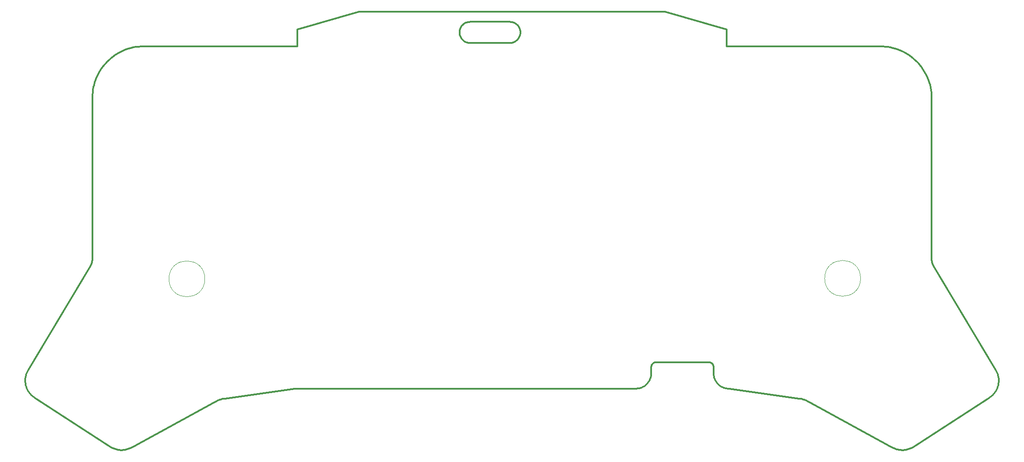
<source format=gbr>
%TF.GenerationSoftware,KiCad,Pcbnew,8.0.0*%
%TF.CreationDate,2024-07-15T05:39:07-05:00*%
%TF.ProjectId,MilkTastic,4d696c6b-5461-4737-9469-632e6b696361,rev?*%
%TF.SameCoordinates,Original*%
%TF.FileFunction,Profile,NP*%
%FSLAX46Y46*%
G04 Gerber Fmt 4.6, Leading zero omitted, Abs format (unit mm)*
G04 Created by KiCad (PCBNEW 8.0.0) date 2024-07-15 05:39:07*
%MOMM*%
%LPD*%
G01*
G04 APERTURE LIST*
%TA.AperFunction,Profile*%
%ADD10C,0.349999*%
%TD*%
%TA.AperFunction,Profile*%
%ADD11C,0.120000*%
%TD*%
G04 APERTURE END LIST*
D10*
X158000000Y-25400000D02*
X158105579Y-25403019D01*
X158209761Y-25411275D01*
X158312417Y-25424641D01*
X158413420Y-25442987D01*
X158512642Y-25466186D01*
X158609953Y-25494108D01*
X158705227Y-25526624D01*
X158798334Y-25563607D01*
X158889147Y-25604927D01*
X158977537Y-25650457D01*
X159063377Y-25700066D01*
X159146537Y-25753628D01*
X159226891Y-25811012D01*
X159304309Y-25872092D01*
X159378663Y-25936737D01*
X159449826Y-26004819D01*
X159517670Y-26076210D01*
X159582065Y-26150781D01*
X159642884Y-26228403D01*
X159699998Y-26308949D01*
X159753280Y-26392289D01*
X159802602Y-26478294D01*
X159847834Y-26566836D01*
X159888849Y-26657787D01*
X159925519Y-26751018D01*
X159957716Y-26846399D01*
X159985311Y-26943804D01*
X160008176Y-27043102D01*
X160026183Y-27144166D01*
X160039204Y-27246867D01*
X160047110Y-27351075D01*
X160049774Y-27456664D01*
X160047110Y-27562252D01*
X160039204Y-27666460D01*
X160026183Y-27769161D01*
X160008176Y-27870225D01*
X159985311Y-27969523D01*
X159957717Y-28066928D01*
X159925520Y-28162310D01*
X159888851Y-28255541D01*
X159847836Y-28346492D01*
X159802603Y-28435034D01*
X159753282Y-28521040D01*
X159700001Y-28604380D01*
X159642887Y-28684925D01*
X159582068Y-28762548D01*
X159517673Y-28837120D01*
X159449830Y-28908511D01*
X159378668Y-28976593D01*
X159304313Y-29041239D01*
X159226895Y-29102318D01*
X159146542Y-29159703D01*
X159063382Y-29213265D01*
X158977543Y-29262875D01*
X158889153Y-29308405D01*
X158798340Y-29349726D01*
X158705233Y-29386709D01*
X158609960Y-29419226D01*
X158512649Y-29447148D01*
X158413428Y-29470347D01*
X158312425Y-29488694D01*
X158209769Y-29502060D01*
X158105587Y-29510317D01*
X158000008Y-29513337D01*
X150224076Y-29513300D01*
X150118555Y-29510205D01*
X150014433Y-29501878D01*
X149911838Y-29488448D01*
X149810897Y-29470044D01*
X149711740Y-29446793D01*
X149614493Y-29418825D01*
X149519284Y-29386268D01*
X149426242Y-29349250D01*
X149335495Y-29307900D01*
X149247170Y-29262346D01*
X149161396Y-29212716D01*
X149078299Y-29159140D01*
X148998009Y-29101746D01*
X148920654Y-29040662D01*
X148846360Y-28976016D01*
X148775256Y-28907938D01*
X148707471Y-28836555D01*
X148643131Y-28761996D01*
X148582366Y-28684389D01*
X148525302Y-28603864D01*
X148472068Y-28520548D01*
X148422792Y-28434570D01*
X148377602Y-28346058D01*
X148336625Y-28255142D01*
X148299990Y-28161948D01*
X148267825Y-28066607D01*
X148240257Y-27969246D01*
X148217414Y-27869993D01*
X148199425Y-27768978D01*
X148186418Y-27666329D01*
X148178519Y-27562173D01*
X148175858Y-27456641D01*
X148178518Y-27351108D01*
X148186416Y-27246953D01*
X148199423Y-27144303D01*
X148217412Y-27043288D01*
X148240254Y-26944035D01*
X148267821Y-26846674D01*
X148299986Y-26751332D01*
X148336621Y-26658139D01*
X148377597Y-26567222D01*
X148422787Y-26478710D01*
X148472063Y-26392732D01*
X148525296Y-26309416D01*
X148582360Y-26228890D01*
X148643125Y-26151284D01*
X148707464Y-26076724D01*
X148775250Y-26005341D01*
X148846353Y-25937262D01*
X148920647Y-25872617D01*
X148998002Y-25811532D01*
X149078292Y-25754137D01*
X149161388Y-25700561D01*
X149247163Y-25650931D01*
X149335488Y-25605377D01*
X149426235Y-25564026D01*
X149519277Y-25527008D01*
X149614485Y-25494450D01*
X149711732Y-25466482D01*
X149810890Y-25443231D01*
X149911830Y-25424826D01*
X150014425Y-25411396D01*
X150118547Y-25403069D01*
X150224068Y-25399973D01*
X158000000Y-25400000D01*
X200249665Y-26915406D02*
X200249665Y-30192877D01*
X230249664Y-30192877D01*
X230745538Y-30205167D01*
X231238045Y-30241811D01*
X231726367Y-30302468D01*
X232209683Y-30386800D01*
X232687175Y-30494468D01*
X233158023Y-30625130D01*
X233621406Y-30778449D01*
X234076506Y-30954084D01*
X234522502Y-31151696D01*
X234958576Y-31370946D01*
X235383907Y-31611493D01*
X235797676Y-31872999D01*
X236199064Y-32155124D01*
X236587250Y-32457528D01*
X236961415Y-32779873D01*
X237320740Y-33121817D01*
X237662684Y-33481142D01*
X237985028Y-33855308D01*
X238287432Y-34243495D01*
X238569557Y-34644883D01*
X238831062Y-35058654D01*
X239071610Y-35483986D01*
X239290859Y-35920061D01*
X239488470Y-36366058D01*
X239664105Y-36821159D01*
X239817423Y-37284543D01*
X239948084Y-37755391D01*
X240055750Y-38232884D01*
X240140080Y-38716200D01*
X240200736Y-39204521D01*
X240237377Y-39697028D01*
X240249664Y-40192900D01*
X240249664Y-71712653D01*
X240251088Y-71797093D01*
X240255351Y-71881267D01*
X240262434Y-71965106D01*
X240272319Y-72048541D01*
X240284987Y-72131505D01*
X240300419Y-72213927D01*
X240318596Y-72295741D01*
X240339499Y-72376877D01*
X240363108Y-72457267D01*
X240389407Y-72536841D01*
X240418374Y-72615532D01*
X240449991Y-72693272D01*
X240484240Y-72769990D01*
X240521101Y-72845619D01*
X240560556Y-72920090D01*
X240602585Y-72993334D01*
X252778244Y-93407336D01*
X252876616Y-93581902D01*
X252965363Y-93759312D01*
X253044562Y-93939244D01*
X253114285Y-94121376D01*
X253174609Y-94305387D01*
X253225606Y-94490956D01*
X253267354Y-94677761D01*
X253299925Y-94865483D01*
X253323394Y-95053798D01*
X253337837Y-95242386D01*
X253343327Y-95430925D01*
X253339940Y-95619095D01*
X253327750Y-95806574D01*
X253306832Y-95993041D01*
X253277260Y-96178174D01*
X253239109Y-96361652D01*
X253192454Y-96543154D01*
X253137369Y-96722359D01*
X253073930Y-96898945D01*
X253002210Y-97072592D01*
X252922284Y-97242977D01*
X252834227Y-97409780D01*
X252738114Y-97572679D01*
X252634019Y-97731354D01*
X252522017Y-97885482D01*
X252402182Y-98034743D01*
X252274590Y-98178815D01*
X252139314Y-98317377D01*
X251996430Y-98450107D01*
X251846012Y-98576685D01*
X251688135Y-98696790D01*
X251522873Y-98810099D01*
X236752610Y-108410738D01*
X236517462Y-108552390D01*
X236275243Y-108676615D01*
X236026869Y-108783380D01*
X235773252Y-108872650D01*
X235515307Y-108944390D01*
X235253948Y-108998565D01*
X234990089Y-109035140D01*
X234724644Y-109054081D01*
X234458527Y-109055353D01*
X234192652Y-109038921D01*
X233927933Y-109004751D01*
X233665284Y-108952806D01*
X233405619Y-108883054D01*
X233149853Y-108795459D01*
X232898899Y-108689985D01*
X232653672Y-108566599D01*
X216148438Y-99541712D01*
X216048861Y-99488716D01*
X215948205Y-99438024D01*
X215846510Y-99389650D01*
X215743816Y-99343606D01*
X215640163Y-99299906D01*
X215535594Y-99258565D01*
X215430147Y-99219595D01*
X215323864Y-99183010D01*
X215216786Y-99148823D01*
X215108952Y-99117048D01*
X215000403Y-99087698D01*
X214891181Y-99060787D01*
X214781326Y-99036328D01*
X214670877Y-99014335D01*
X214559877Y-98994822D01*
X214448365Y-98977801D01*
X200749664Y-97044627D01*
X200731278Y-97044627D01*
X200582515Y-97040941D01*
X200434762Y-97029949D01*
X200288265Y-97011753D01*
X200143269Y-96986454D01*
X200000020Y-96954155D01*
X199858764Y-96914956D01*
X199719747Y-96868961D01*
X199583216Y-96816270D01*
X199449416Y-96756986D01*
X199318592Y-96691211D01*
X199190991Y-96619046D01*
X199066860Y-96540593D01*
X198946443Y-96455955D01*
X198829986Y-96365232D01*
X198717737Y-96268527D01*
X198609940Y-96165942D01*
X198507354Y-96058145D01*
X198410649Y-95945895D01*
X198319927Y-95829439D01*
X198235288Y-95709022D01*
X198156835Y-95584890D01*
X198084671Y-95457289D01*
X198018896Y-95326466D01*
X197959612Y-95192666D01*
X197906922Y-95056134D01*
X197860927Y-94917118D01*
X197821729Y-94775862D01*
X197789431Y-94632613D01*
X197764133Y-94487617D01*
X197745937Y-94341119D01*
X197734947Y-94193366D01*
X197731262Y-94044604D01*
X197731278Y-92876536D01*
X197730048Y-92826940D01*
X197726383Y-92777682D01*
X197720317Y-92728843D01*
X197711882Y-92680505D01*
X197701114Y-92632751D01*
X197688046Y-92585662D01*
X197672713Y-92539320D01*
X197655148Y-92493807D01*
X197635385Y-92449205D01*
X197613459Y-92405596D01*
X197589403Y-92363061D01*
X197563251Y-92321683D01*
X197535038Y-92281544D01*
X197504798Y-92242725D01*
X197472563Y-92205308D01*
X197438370Y-92169375D01*
X197402433Y-92135180D01*
X197365012Y-92102946D01*
X197326190Y-92072705D01*
X197286048Y-92044493D01*
X197244667Y-92018343D01*
X197202131Y-91994288D01*
X197158521Y-91972364D01*
X197113918Y-91952604D01*
X197068406Y-91935041D01*
X197022065Y-91919711D01*
X196974978Y-91906646D01*
X196927227Y-91895881D01*
X196878893Y-91887449D01*
X196830059Y-91881386D01*
X196780806Y-91877724D01*
X196731217Y-91876498D01*
X186567429Y-91876536D01*
X186515971Y-91877839D01*
X186465189Y-91881702D01*
X186415146Y-91888063D01*
X186365903Y-91896858D01*
X186317525Y-91908025D01*
X186270074Y-91921502D01*
X186223612Y-91937223D01*
X186178203Y-91955129D01*
X186133909Y-91975155D01*
X186090793Y-91997238D01*
X186048919Y-92021316D01*
X186008348Y-92047326D01*
X185969143Y-92075206D01*
X185931369Y-92104891D01*
X185895086Y-92136320D01*
X185860359Y-92169430D01*
X185827249Y-92204158D01*
X185795820Y-92240440D01*
X185766135Y-92278216D01*
X185738255Y-92317420D01*
X185712245Y-92357991D01*
X185688168Y-92399865D01*
X185666084Y-92442981D01*
X185646059Y-92487275D01*
X185628154Y-92532684D01*
X185612432Y-92579145D01*
X185598956Y-92626596D01*
X185587789Y-92674974D01*
X185578994Y-92724216D01*
X185572633Y-92774259D01*
X185568770Y-92825041D01*
X185567467Y-92876498D01*
X185567429Y-94044627D01*
X185563525Y-94199002D01*
X185551940Y-94351351D01*
X185532863Y-94501485D01*
X185506481Y-94649215D01*
X185472983Y-94794354D01*
X185432558Y-94936712D01*
X185385394Y-95076101D01*
X185331680Y-95212333D01*
X185271604Y-95345219D01*
X185205354Y-95474571D01*
X185133120Y-95600200D01*
X185055089Y-95721917D01*
X184971450Y-95839535D01*
X184882392Y-95952864D01*
X184788102Y-96061716D01*
X184688770Y-96165904D01*
X184584585Y-96265237D01*
X184475733Y-96359528D01*
X184362405Y-96448588D01*
X184244788Y-96532229D01*
X184123071Y-96610262D01*
X183997443Y-96682499D01*
X183868092Y-96748751D01*
X183735205Y-96808830D01*
X183598973Y-96862547D01*
X183459583Y-96909714D01*
X183317224Y-96950142D01*
X183172085Y-96983642D01*
X183024353Y-97010028D01*
X182874218Y-97029108D01*
X182721867Y-97040697D01*
X182567490Y-97044604D01*
X116069664Y-97044627D01*
X102370987Y-98977786D01*
X102259474Y-98994806D01*
X102148472Y-99014320D01*
X102038022Y-99036312D01*
X101928164Y-99060770D01*
X101818940Y-99087681D01*
X101710388Y-99117031D01*
X101602552Y-99148805D01*
X101495470Y-99182992D01*
X101389183Y-99219578D01*
X101283733Y-99258548D01*
X101179160Y-99299890D01*
X101075503Y-99343591D01*
X100972805Y-99389635D01*
X100871105Y-99438012D01*
X100770445Y-99488706D01*
X100670864Y-99541705D01*
X84165680Y-108566576D01*
X83920453Y-108689958D01*
X83669500Y-108795428D01*
X83413735Y-108883020D01*
X83154072Y-108952770D01*
X82891426Y-109004712D01*
X82626709Y-109038882D01*
X82360837Y-109055312D01*
X82094722Y-109054039D01*
X81829279Y-109035098D01*
X81565422Y-108998522D01*
X81304065Y-108944347D01*
X81046122Y-108872608D01*
X80792506Y-108783339D01*
X80544132Y-108676575D01*
X80301914Y-108552350D01*
X80066765Y-108410700D01*
X65296479Y-98810084D01*
X65131215Y-98696775D01*
X64973335Y-98576671D01*
X64822915Y-98450094D01*
X64680029Y-98317363D01*
X64544751Y-98178801D01*
X64417157Y-98034729D01*
X64297320Y-97885469D01*
X64185316Y-97731340D01*
X64081219Y-97572666D01*
X63985104Y-97409766D01*
X63897045Y-97242962D01*
X63817117Y-97072577D01*
X63745396Y-96898930D01*
X63681954Y-96722342D01*
X63626868Y-96543137D01*
X63580211Y-96361634D01*
X63542059Y-96178155D01*
X63512485Y-95993020D01*
X63491566Y-95806553D01*
X63479374Y-95619073D01*
X63475986Y-95430902D01*
X63481475Y-95242361D01*
X63495917Y-95053772D01*
X63519385Y-94865456D01*
X63551955Y-94677733D01*
X63593702Y-94490926D01*
X63644699Y-94305356D01*
X63705022Y-94121343D01*
X63774745Y-93939210D01*
X63853943Y-93759277D01*
X63942690Y-93581866D01*
X64041062Y-93407298D01*
X76216767Y-72993262D01*
X76258789Y-72920022D01*
X76298238Y-72845555D01*
X76335093Y-72769931D01*
X76369338Y-72693217D01*
X76400951Y-72615484D01*
X76429915Y-72536798D01*
X76456210Y-72457230D01*
X76479819Y-72376847D01*
X76500720Y-72295718D01*
X76518897Y-72213912D01*
X76534329Y-72131497D01*
X76546998Y-72048543D01*
X76556885Y-71965117D01*
X76563971Y-71881288D01*
X76568237Y-71797126D01*
X76569664Y-71712698D01*
X76569664Y-40192877D01*
X76582676Y-39678282D01*
X76621293Y-39170441D01*
X76684886Y-38669984D01*
X76772828Y-38177539D01*
X76884490Y-37693734D01*
X77019243Y-37219198D01*
X77176460Y-36754559D01*
X77355512Y-36300445D01*
X77555771Y-35857484D01*
X77776608Y-35426305D01*
X78017394Y-35007537D01*
X78277503Y-34601807D01*
X78556306Y-34209744D01*
X78853173Y-33831975D01*
X79167477Y-33469131D01*
X79498590Y-33121838D01*
X79845883Y-32790725D01*
X80208727Y-32476421D01*
X80586496Y-32179553D01*
X80978559Y-31900750D01*
X81384289Y-31640641D01*
X81803059Y-31399853D01*
X82234238Y-31179015D01*
X82677199Y-30978756D01*
X83131314Y-30799704D01*
X83595954Y-30642486D01*
X84070491Y-30507731D01*
X84554297Y-30396069D01*
X85046743Y-30308126D01*
X85547202Y-30244531D01*
X86055044Y-30205913D01*
X86569641Y-30192900D01*
X86569664Y-30192877D01*
X116569664Y-30192877D01*
X116569664Y-26915406D01*
X128569664Y-23417296D01*
X188249665Y-23417296D01*
X200249665Y-26915406D01*
D11*
%TO.C,J5*%
X226400000Y-75500000D02*
G75*
G02*
X219400000Y-75500000I-3500000J0D01*
G01*
X219400000Y-75500000D02*
G75*
G02*
X226400000Y-75500000I3500000J0D01*
G01*
%TO.C,J8*%
X98500000Y-75600000D02*
G75*
G02*
X91500000Y-75600000I-3500000J0D01*
G01*
X91500000Y-75600000D02*
G75*
G02*
X98500000Y-75600000I3500000J0D01*
G01*
%TD*%
M02*

</source>
